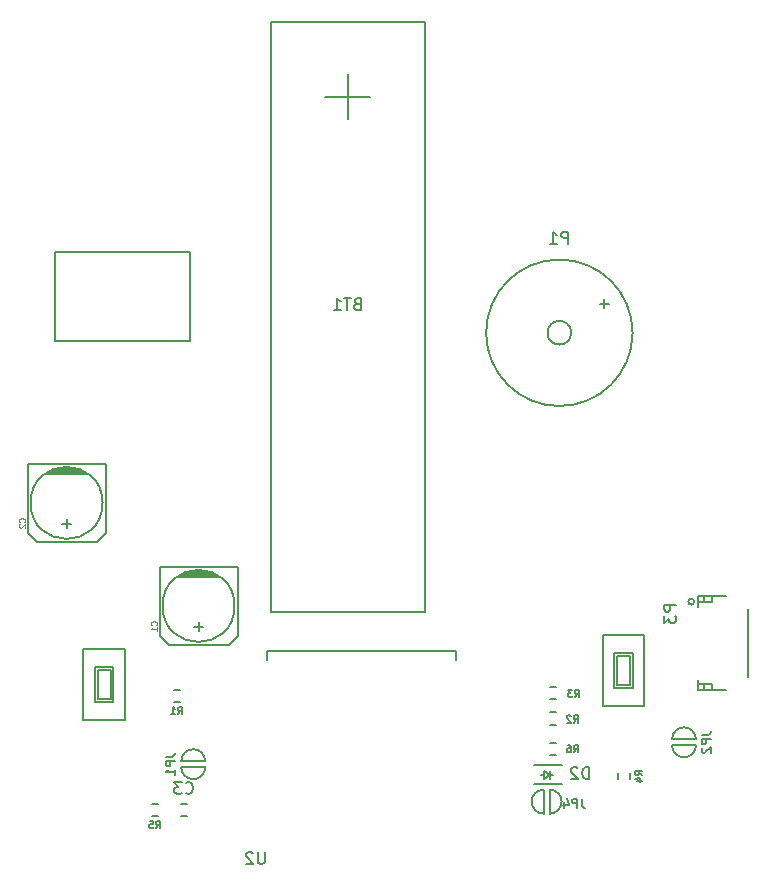
<source format=gbr>
G04 #@! TF.FileFunction,Legend,Bot*
%FSLAX46Y46*%
G04 Gerber Fmt 4.6, Leading zero omitted, Abs format (unit mm)*
G04 Created by KiCad (PCBNEW 4.0.4-stable) date 12/07/16 00:40:48*
%MOMM*%
%LPD*%
G01*
G04 APERTURE LIST*
%ADD10C,0.100000*%
%ADD11C,0.150000*%
%ADD12C,0.127000*%
%ADD13C,0.203200*%
%ADD14C,0.152400*%
%ADD15C,0.125000*%
G04 APERTURE END LIST*
D10*
D11*
X223300760Y-133175000D02*
G75*
G03X223300760Y-133175000I-1000760J0D01*
G01*
X228500140Y-133175000D02*
G75*
G03X228500140Y-133175000I-6200140J0D01*
G01*
D12*
X190988000Y-153379000D02*
X192512000Y-153379000D01*
X192893000Y-153506000D02*
X190607000Y-153506000D01*
X190353000Y-153633000D02*
X193147000Y-153633000D01*
X193401000Y-153760000D02*
X190099000Y-153760000D01*
X189972000Y-153887000D02*
X193528000Y-153887000D01*
X194798000Y-156300000D02*
G75*
G03X194798000Y-156300000I-3048000J0D01*
G01*
X188448000Y-152998000D02*
X195052000Y-152998000D01*
X195052000Y-152998000D02*
X195052000Y-158840000D01*
X195052000Y-158840000D02*
X194290000Y-159602000D01*
X194290000Y-159602000D02*
X189210000Y-159602000D01*
X189210000Y-159602000D02*
X188448000Y-158840000D01*
X188448000Y-158840000D02*
X188448000Y-152998000D01*
X191750000Y-158459000D02*
X191750000Y-157697000D01*
X191369000Y-158078000D02*
X192131000Y-158078000D01*
X179813000Y-144654000D02*
X181337000Y-144654000D01*
X181718000Y-144781000D02*
X179432000Y-144781000D01*
X179178000Y-144908000D02*
X181972000Y-144908000D01*
X182226000Y-145035000D02*
X178924000Y-145035000D01*
X178797000Y-145162000D02*
X182353000Y-145162000D01*
X183623000Y-147575000D02*
G75*
G03X183623000Y-147575000I-3048000J0D01*
G01*
X177273000Y-144273000D02*
X183877000Y-144273000D01*
X183877000Y-144273000D02*
X183877000Y-150115000D01*
X183877000Y-150115000D02*
X183115000Y-150877000D01*
X183115000Y-150877000D02*
X178035000Y-150877000D01*
X178035000Y-150877000D02*
X177273000Y-150115000D01*
X177273000Y-150115000D02*
X177273000Y-144273000D01*
X180575000Y-149734000D02*
X180575000Y-148972000D01*
X180194000Y-149353000D02*
X180956000Y-149353000D01*
D11*
X190250000Y-173050000D02*
X190750000Y-173050000D01*
X190750000Y-174100000D02*
X190250000Y-174100000D01*
X220975000Y-170600000D02*
X220725000Y-170600000D01*
X221475000Y-170600000D02*
X221725000Y-170600000D01*
X221475000Y-170600000D02*
X220975000Y-170250000D01*
X220975000Y-170250000D02*
X220975000Y-170950000D01*
X220975000Y-170950000D02*
X221475000Y-170600000D01*
X221475000Y-170250000D02*
X221475000Y-170950000D01*
X222525000Y-171400000D02*
X220125000Y-171400000D01*
X222525000Y-169800000D02*
X220125000Y-169800000D01*
D13*
X233866000Y-168104000D02*
X231834000Y-168104000D01*
X231834000Y-167596000D02*
X233866000Y-167596000D01*
X233866000Y-168104000D02*
G75*
G02X232850000Y-169120000I-1016000J0D01*
G01*
X232850000Y-169120000D02*
G75*
G02X231834000Y-168104000I0J1016000D01*
G01*
X231834000Y-167596000D02*
G75*
G02X232850000Y-166580000I1016000J0D01*
G01*
X232850000Y-166580000D02*
G75*
G02X233866000Y-167596000I0J-1016000D01*
G01*
X221479000Y-171859000D02*
X221479000Y-173891000D01*
X220971000Y-173891000D02*
X220971000Y-171859000D01*
X221479000Y-171859000D02*
G75*
G02X222495000Y-172875000I0J-1016000D01*
G01*
X222495000Y-172875000D02*
G75*
G02X221479000Y-173891000I-1016000J0D01*
G01*
X220971000Y-173891000D02*
G75*
G02X219955000Y-172875000I0J1016000D01*
G01*
X219955000Y-172875000D02*
G75*
G02X220971000Y-171859000I1016000J0D01*
G01*
D11*
X191000000Y-126300000D02*
X191000000Y-133900000D01*
X179600000Y-133900000D02*
X179600000Y-126300000D01*
X191000000Y-133900000D02*
X179600000Y-133900000D01*
X191000000Y-126300000D02*
X179600000Y-126300000D01*
X233712500Y-155950000D02*
G75*
G03X233712500Y-155950000I-250000J0D01*
G01*
X238287500Y-156550000D02*
X238287500Y-162350000D01*
X236387500Y-155450000D02*
X234037500Y-155450000D01*
X234037500Y-155450000D02*
X234037500Y-156350000D01*
X234037500Y-155950000D02*
X235237500Y-155950000D01*
X235237500Y-155950000D02*
X235237500Y-155950000D01*
X235237500Y-155950000D02*
X234037500Y-155950000D01*
X234037500Y-155950000D02*
X234037500Y-155950000D01*
X234537500Y-155950000D02*
X234537500Y-155950000D01*
X234537500Y-155950000D02*
X234537500Y-155450000D01*
X234537500Y-155450000D02*
X234537500Y-155450000D01*
X234537500Y-155450000D02*
X234537500Y-155950000D01*
X235237500Y-155950000D02*
X235237500Y-155950000D01*
X235237500Y-155950000D02*
X235237500Y-155450000D01*
X235237500Y-155450000D02*
X235237500Y-155450000D01*
X235237500Y-155450000D02*
X235237500Y-155950000D01*
X236387500Y-163450000D02*
X234037500Y-163450000D01*
X234037500Y-163450000D02*
X234037500Y-162550000D01*
X234037500Y-162950000D02*
X235237500Y-162950000D01*
X235237500Y-162950000D02*
X235237500Y-162950000D01*
X235237500Y-162950000D02*
X234037500Y-162950000D01*
X234037500Y-162950000D02*
X234037500Y-162950000D01*
X234537500Y-162950000D02*
X234537500Y-162950000D01*
X234537500Y-162950000D02*
X234537500Y-163450000D01*
X234537500Y-163450000D02*
X234537500Y-163450000D01*
X234537500Y-163450000D02*
X234537500Y-162950000D01*
X235237500Y-162950000D02*
X235237500Y-162950000D01*
X235237500Y-162950000D02*
X235237500Y-163450000D01*
X235237500Y-163450000D02*
X235237500Y-163450000D01*
X235237500Y-163450000D02*
X235237500Y-162950000D01*
X190150000Y-164450000D02*
X189650000Y-164450000D01*
X189650000Y-163400000D02*
X190150000Y-163400000D01*
X222000000Y-166350000D02*
X221500000Y-166350000D01*
X221500000Y-165300000D02*
X222000000Y-165300000D01*
X222000000Y-164175000D02*
X221500000Y-164175000D01*
X221500000Y-163125000D02*
X222000000Y-163125000D01*
X228300000Y-170475000D02*
X228300000Y-170975000D01*
X227250000Y-170975000D02*
X227250000Y-170475000D01*
X188300000Y-174100000D02*
X187800000Y-174100000D01*
X187800000Y-173050000D02*
X188300000Y-173050000D01*
X221500000Y-167875000D02*
X222000000Y-167875000D01*
X222000000Y-168925000D02*
X221500000Y-168925000D01*
X227199780Y-160535110D02*
X227199780Y-163035110D01*
X227199780Y-163035110D02*
X228299780Y-163035110D01*
X228299780Y-163035110D02*
X228299780Y-160535110D01*
X228299780Y-160535110D02*
X227199780Y-160535110D01*
X228549780Y-160285110D02*
X228549780Y-163285110D01*
X226949780Y-160285110D02*
X226949780Y-163285110D01*
X226949780Y-163285110D02*
X228549780Y-163285110D01*
X226949780Y-160285110D02*
X228549780Y-160285110D01*
X229499780Y-158785110D02*
X229499780Y-164785110D01*
X225999780Y-158785110D02*
X225999780Y-164785110D01*
X225999780Y-158785110D02*
X229499780Y-158785110D01*
X225999780Y-164785110D02*
X229499780Y-164785110D01*
X183199780Y-161710110D02*
X183199780Y-164210110D01*
X183199780Y-164210110D02*
X184299780Y-164210110D01*
X184299780Y-164210110D02*
X184299780Y-161710110D01*
X184299780Y-161710110D02*
X183199780Y-161710110D01*
X184549780Y-161460110D02*
X184549780Y-164460110D01*
X182949780Y-161460110D02*
X182949780Y-164460110D01*
X182949780Y-164460110D02*
X184549780Y-164460110D01*
X182949780Y-161460110D02*
X184549780Y-161460110D01*
X185499780Y-159960110D02*
X185499780Y-165960110D01*
X181999780Y-159960110D02*
X181999780Y-165960110D01*
X181999780Y-159960110D02*
X185499780Y-159960110D01*
X181999780Y-165960110D02*
X185499780Y-165960110D01*
D14*
X197559000Y-160841000D02*
X197559000Y-160079000D01*
X197559000Y-160079000D02*
X213561000Y-160079000D01*
X213561000Y-160079000D02*
X213561000Y-160841000D01*
D13*
X190284000Y-169446000D02*
X192316000Y-169446000D01*
X192316000Y-169954000D02*
X190284000Y-169954000D01*
X190284000Y-169446000D02*
G75*
G02X191300000Y-168430000I1016000J0D01*
G01*
X191300000Y-168430000D02*
G75*
G02X192316000Y-169446000I0J-1016000D01*
G01*
X192316000Y-169954000D02*
G75*
G02X191300000Y-170970000I-1016000J0D01*
G01*
X191300000Y-170970000D02*
G75*
G02X190284000Y-169954000I0J1016000D01*
G01*
D11*
X197900000Y-106850000D02*
X197900000Y-156850000D01*
X210900000Y-106850000D02*
X197900000Y-106850000D01*
X210900000Y-156850000D02*
X210900000Y-106850000D01*
X197900000Y-156850000D02*
X210900000Y-156850000D01*
X223038095Y-125626381D02*
X223038095Y-124626381D01*
X222657142Y-124626381D01*
X222561904Y-124674000D01*
X222514285Y-124721619D01*
X222466666Y-124816857D01*
X222466666Y-124959714D01*
X222514285Y-125054952D01*
X222561904Y-125102571D01*
X222657142Y-125150190D01*
X223038095Y-125150190D01*
X221514285Y-125626381D02*
X222085714Y-125626381D01*
X221800000Y-125626381D02*
X221800000Y-124626381D01*
X221895238Y-124769238D01*
X221990476Y-124864476D01*
X222085714Y-124912095D01*
X226490952Y-130706429D02*
X225729047Y-130706429D01*
X226109999Y-131087381D02*
X226109999Y-130325476D01*
D15*
X188178571Y-157916667D02*
X188202381Y-157892857D01*
X188226190Y-157821429D01*
X188226190Y-157773810D01*
X188202381Y-157702381D01*
X188154762Y-157654762D01*
X188107143Y-157630953D01*
X188011905Y-157607143D01*
X187940476Y-157607143D01*
X187845238Y-157630953D01*
X187797619Y-157654762D01*
X187750000Y-157702381D01*
X187726190Y-157773810D01*
X187726190Y-157821429D01*
X187750000Y-157892857D01*
X187773810Y-157916667D01*
X188226190Y-158392857D02*
X188226190Y-158107143D01*
X188226190Y-158250000D02*
X187726190Y-158250000D01*
X187797619Y-158202381D01*
X187845238Y-158154762D01*
X187869048Y-158107143D01*
X177003571Y-149191667D02*
X177027381Y-149167857D01*
X177051190Y-149096429D01*
X177051190Y-149048810D01*
X177027381Y-148977381D01*
X176979762Y-148929762D01*
X176932143Y-148905953D01*
X176836905Y-148882143D01*
X176765476Y-148882143D01*
X176670238Y-148905953D01*
X176622619Y-148929762D01*
X176575000Y-148977381D01*
X176551190Y-149048810D01*
X176551190Y-149096429D01*
X176575000Y-149167857D01*
X176598810Y-149191667D01*
X176598810Y-149382143D02*
X176575000Y-149405953D01*
X176551190Y-149453572D01*
X176551190Y-149572619D01*
X176575000Y-149620238D01*
X176598810Y-149644048D01*
X176646429Y-149667857D01*
X176694048Y-149667857D01*
X176765476Y-149644048D01*
X177051190Y-149358334D01*
X177051190Y-149667857D01*
D11*
X190666666Y-172132143D02*
X190714285Y-172179762D01*
X190857142Y-172227381D01*
X190952380Y-172227381D01*
X191095238Y-172179762D01*
X191190476Y-172084524D01*
X191238095Y-171989286D01*
X191285714Y-171798810D01*
X191285714Y-171655952D01*
X191238095Y-171465476D01*
X191190476Y-171370238D01*
X191095238Y-171275000D01*
X190952380Y-171227381D01*
X190857142Y-171227381D01*
X190714285Y-171275000D01*
X190666666Y-171322619D01*
X190333333Y-171227381D02*
X189714285Y-171227381D01*
X190047619Y-171608333D01*
X189904761Y-171608333D01*
X189809523Y-171655952D01*
X189761904Y-171703571D01*
X189714285Y-171798810D01*
X189714285Y-172036905D01*
X189761904Y-172132143D01*
X189809523Y-172179762D01*
X189904761Y-172227381D01*
X190190476Y-172227381D01*
X190285714Y-172179762D01*
X190333333Y-172132143D01*
X224788095Y-170952381D02*
X224788095Y-169952381D01*
X224550000Y-169952381D01*
X224407142Y-170000000D01*
X224311904Y-170095238D01*
X224264285Y-170190476D01*
X224216666Y-170380952D01*
X224216666Y-170523810D01*
X224264285Y-170714286D01*
X224311904Y-170809524D01*
X224407142Y-170904762D01*
X224550000Y-170952381D01*
X224788095Y-170952381D01*
X223835714Y-170047619D02*
X223788095Y-170000000D01*
X223692857Y-169952381D01*
X223454761Y-169952381D01*
X223359523Y-170000000D01*
X223311904Y-170047619D01*
X223264285Y-170142857D01*
X223264285Y-170238095D01*
X223311904Y-170380952D01*
X223883333Y-170952381D01*
X223264285Y-170952381D01*
D14*
X234337714Y-167215001D02*
X234882000Y-167215001D01*
X234990857Y-167178715D01*
X235063429Y-167106144D01*
X235099714Y-166997287D01*
X235099714Y-166924715D01*
X235099714Y-167577858D02*
X234337714Y-167577858D01*
X234337714Y-167868143D01*
X234374000Y-167940715D01*
X234410286Y-167977000D01*
X234482857Y-168013286D01*
X234591714Y-168013286D01*
X234664286Y-167977000D01*
X234700571Y-167940715D01*
X234736857Y-167868143D01*
X234736857Y-167577858D01*
X234410286Y-168303572D02*
X234374000Y-168339858D01*
X234337714Y-168412429D01*
X234337714Y-168593858D01*
X234374000Y-168666429D01*
X234410286Y-168702715D01*
X234482857Y-168739000D01*
X234555429Y-168739000D01*
X234664286Y-168702715D01*
X235099714Y-168267286D01*
X235099714Y-168739000D01*
X224184999Y-172607714D02*
X224184999Y-173152000D01*
X224221285Y-173260857D01*
X224293856Y-173333429D01*
X224402713Y-173369714D01*
X224475285Y-173369714D01*
X223822142Y-173369714D02*
X223822142Y-172607714D01*
X223531857Y-172607714D01*
X223459285Y-172644000D01*
X223423000Y-172680286D01*
X223386714Y-172752857D01*
X223386714Y-172861714D01*
X223423000Y-172934286D01*
X223459285Y-172970571D01*
X223531857Y-173006857D01*
X223822142Y-173006857D01*
X222733571Y-172861714D02*
X222733571Y-173369714D01*
X222915000Y-172571429D02*
X223096428Y-173115714D01*
X222624714Y-173115714D01*
D11*
X232164881Y-156211905D02*
X231164881Y-156211905D01*
X231164881Y-156592858D01*
X231212500Y-156688096D01*
X231260119Y-156735715D01*
X231355357Y-156783334D01*
X231498214Y-156783334D01*
X231593452Y-156735715D01*
X231641071Y-156688096D01*
X231688690Y-156592858D01*
X231688690Y-156211905D01*
X231164881Y-157116667D02*
X231164881Y-157735715D01*
X231545833Y-157402381D01*
X231545833Y-157545239D01*
X231593452Y-157640477D01*
X231641071Y-157688096D01*
X231736310Y-157735715D01*
X231974405Y-157735715D01*
X232069643Y-157688096D01*
X232117262Y-157640477D01*
X232164881Y-157545239D01*
X232164881Y-157259524D01*
X232117262Y-157164286D01*
X232069643Y-157116667D01*
X190000000Y-165446429D02*
X190200000Y-165160714D01*
X190342857Y-165446429D02*
X190342857Y-164846429D01*
X190114285Y-164846429D01*
X190057143Y-164875000D01*
X190028571Y-164903571D01*
X190000000Y-164960714D01*
X190000000Y-165046429D01*
X190028571Y-165103571D01*
X190057143Y-165132143D01*
X190114285Y-165160714D01*
X190342857Y-165160714D01*
X189428571Y-165446429D02*
X189771428Y-165446429D01*
X189600000Y-165446429D02*
X189600000Y-164846429D01*
X189657143Y-164932143D01*
X189714285Y-164989286D01*
X189771428Y-165017857D01*
X223500000Y-166171429D02*
X223700000Y-165885714D01*
X223842857Y-166171429D02*
X223842857Y-165571429D01*
X223614285Y-165571429D01*
X223557143Y-165600000D01*
X223528571Y-165628571D01*
X223500000Y-165685714D01*
X223500000Y-165771429D01*
X223528571Y-165828571D01*
X223557143Y-165857143D01*
X223614285Y-165885714D01*
X223842857Y-165885714D01*
X223271428Y-165628571D02*
X223242857Y-165600000D01*
X223185714Y-165571429D01*
X223042857Y-165571429D01*
X222985714Y-165600000D01*
X222957143Y-165628571D01*
X222928571Y-165685714D01*
X222928571Y-165742857D01*
X222957143Y-165828571D01*
X223300000Y-166171429D01*
X222928571Y-166171429D01*
X223600000Y-164021429D02*
X223800000Y-163735714D01*
X223942857Y-164021429D02*
X223942857Y-163421429D01*
X223714285Y-163421429D01*
X223657143Y-163450000D01*
X223628571Y-163478571D01*
X223600000Y-163535714D01*
X223600000Y-163621429D01*
X223628571Y-163678571D01*
X223657143Y-163707143D01*
X223714285Y-163735714D01*
X223942857Y-163735714D01*
X223400000Y-163421429D02*
X223028571Y-163421429D01*
X223228571Y-163650000D01*
X223142857Y-163650000D01*
X223085714Y-163678571D01*
X223057143Y-163707143D01*
X223028571Y-163764286D01*
X223028571Y-163907143D01*
X223057143Y-163964286D01*
X223085714Y-163992857D01*
X223142857Y-164021429D01*
X223314285Y-164021429D01*
X223371428Y-163992857D01*
X223400000Y-163964286D01*
X229296429Y-170625000D02*
X229010714Y-170425000D01*
X229296429Y-170282143D02*
X228696429Y-170282143D01*
X228696429Y-170510715D01*
X228725000Y-170567857D01*
X228753571Y-170596429D01*
X228810714Y-170625000D01*
X228896429Y-170625000D01*
X228953571Y-170596429D01*
X228982143Y-170567857D01*
X229010714Y-170510715D01*
X229010714Y-170282143D01*
X228896429Y-171139286D02*
X229296429Y-171139286D01*
X228667857Y-170996429D02*
X229096429Y-170853572D01*
X229096429Y-171225000D01*
X188150000Y-175096429D02*
X188350000Y-174810714D01*
X188492857Y-175096429D02*
X188492857Y-174496429D01*
X188264285Y-174496429D01*
X188207143Y-174525000D01*
X188178571Y-174553571D01*
X188150000Y-174610714D01*
X188150000Y-174696429D01*
X188178571Y-174753571D01*
X188207143Y-174782143D01*
X188264285Y-174810714D01*
X188492857Y-174810714D01*
X187607143Y-174496429D02*
X187892857Y-174496429D01*
X187921428Y-174782143D01*
X187892857Y-174753571D01*
X187835714Y-174725000D01*
X187692857Y-174725000D01*
X187635714Y-174753571D01*
X187607143Y-174782143D01*
X187578571Y-174839286D01*
X187578571Y-174982143D01*
X187607143Y-175039286D01*
X187635714Y-175067857D01*
X187692857Y-175096429D01*
X187835714Y-175096429D01*
X187892857Y-175067857D01*
X187921428Y-175039286D01*
X223525000Y-168696429D02*
X223725000Y-168410714D01*
X223867857Y-168696429D02*
X223867857Y-168096429D01*
X223639285Y-168096429D01*
X223582143Y-168125000D01*
X223553571Y-168153571D01*
X223525000Y-168210714D01*
X223525000Y-168296429D01*
X223553571Y-168353571D01*
X223582143Y-168382143D01*
X223639285Y-168410714D01*
X223867857Y-168410714D01*
X223010714Y-168096429D02*
X223125000Y-168096429D01*
X223182143Y-168125000D01*
X223210714Y-168153571D01*
X223267857Y-168239286D01*
X223296428Y-168353571D01*
X223296428Y-168582143D01*
X223267857Y-168639286D01*
X223239285Y-168667857D01*
X223182143Y-168696429D01*
X223067857Y-168696429D01*
X223010714Y-168667857D01*
X222982143Y-168639286D01*
X222953571Y-168582143D01*
X222953571Y-168439286D01*
X222982143Y-168382143D01*
X223010714Y-168353571D01*
X223067857Y-168325000D01*
X223182143Y-168325000D01*
X223239285Y-168353571D01*
X223267857Y-168382143D01*
X223296428Y-168439286D01*
X197336905Y-177152381D02*
X197336905Y-177961905D01*
X197289286Y-178057143D01*
X197241667Y-178104762D01*
X197146429Y-178152381D01*
X196955952Y-178152381D01*
X196860714Y-178104762D01*
X196813095Y-178057143D01*
X196765476Y-177961905D01*
X196765476Y-177152381D01*
X196336905Y-177247619D02*
X196289286Y-177200000D01*
X196194048Y-177152381D01*
X195955952Y-177152381D01*
X195860714Y-177200000D01*
X195813095Y-177247619D01*
X195765476Y-177342857D01*
X195765476Y-177438095D01*
X195813095Y-177580952D01*
X196384524Y-178152381D01*
X195765476Y-178152381D01*
D14*
X188977714Y-169065001D02*
X189522000Y-169065001D01*
X189630857Y-169028715D01*
X189703429Y-168956144D01*
X189739714Y-168847287D01*
X189739714Y-168774715D01*
X189739714Y-169427858D02*
X188977714Y-169427858D01*
X188977714Y-169718143D01*
X189014000Y-169790715D01*
X189050286Y-169827000D01*
X189122857Y-169863286D01*
X189231714Y-169863286D01*
X189304286Y-169827000D01*
X189340571Y-169790715D01*
X189376857Y-169718143D01*
X189376857Y-169427858D01*
X189739714Y-170589000D02*
X189739714Y-170153572D01*
X189739714Y-170371286D02*
X188977714Y-170371286D01*
X189086571Y-170298715D01*
X189159143Y-170226143D01*
X189195429Y-170153572D01*
D11*
X205171900Y-130702498D02*
X205029043Y-130750117D01*
X204981424Y-130797737D01*
X204933805Y-130892975D01*
X204933805Y-131035832D01*
X204981424Y-131131070D01*
X205029043Y-131178689D01*
X205124281Y-131226308D01*
X205505234Y-131226308D01*
X205505234Y-130226308D01*
X205171900Y-130226308D01*
X205076662Y-130273927D01*
X205029043Y-130321546D01*
X204981424Y-130416784D01*
X204981424Y-130512022D01*
X205029043Y-130607260D01*
X205076662Y-130654879D01*
X205171900Y-130702498D01*
X205505234Y-130702498D01*
X204648091Y-130226308D02*
X204076662Y-130226308D01*
X204362377Y-131226308D02*
X204362377Y-130226308D01*
X203219519Y-131226308D02*
X203790948Y-131226308D01*
X203505234Y-131226308D02*
X203505234Y-130226308D01*
X203600472Y-130369165D01*
X203695710Y-130464403D01*
X203790948Y-130512022D01*
X206304762Y-113207143D02*
X202495238Y-113207143D01*
X204400000Y-115111905D02*
X204400000Y-111302381D01*
M02*

</source>
